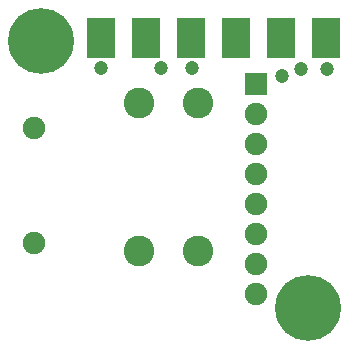
<source format=gbs>
G04*
G04 #@! TF.GenerationSoftware,Altium Limited,Altium Designer,21.9.2 (33)*
G04*
G04 Layer_Color=16711935*
%FSLAX25Y25*%
%MOIN*%
G70*
G04*
G04 #@! TF.SameCoordinates,977259B3-0B2F-49BC-815A-F7E1FA794F82*
G04*
G04*
G04 #@! TF.FilePolarity,Negative*
G04*
G01*
G75*
%ADD13R,0.09658X0.13595*%
%ADD14C,0.21902*%
%ADD15C,0.10249*%
%ADD16R,0.07493X0.07493*%
%ADD17C,0.07493*%
%ADD18C,0.04737*%
D13*
X107205Y102165D02*
D03*
X92205D02*
D03*
X77205D02*
D03*
X62205D02*
D03*
X47205D02*
D03*
X32205D02*
D03*
D14*
X12205Y101295D02*
D03*
X101299Y12205D02*
D03*
D15*
X44935Y80368D02*
D03*
Y31155D02*
D03*
X64620D02*
D03*
Y80368D02*
D03*
D16*
X83780Y86732D02*
D03*
D17*
Y76732D02*
D03*
Y66732D02*
D03*
Y56732D02*
D03*
Y46732D02*
D03*
Y36732D02*
D03*
Y26732D02*
D03*
Y16732D02*
D03*
X9961Y72244D02*
D03*
Y33661D02*
D03*
D18*
X107500Y91900D02*
D03*
X98700D02*
D03*
X52000Y92100D02*
D03*
X62400Y92300D02*
D03*
X32200Y92100D02*
D03*
X92400Y89600D02*
D03*
M02*

</source>
